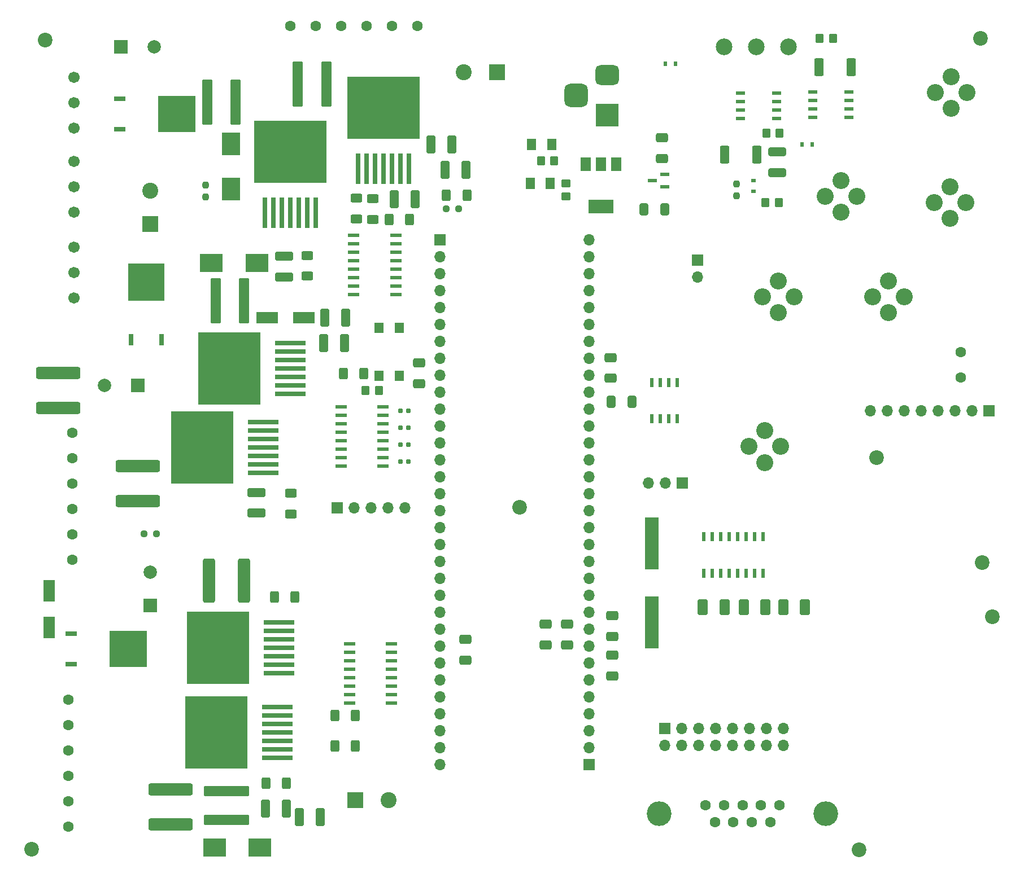
<source format=gbr>
%TF.GenerationSoftware,KiCad,Pcbnew,7.0.1*%
%TF.CreationDate,2023-04-10T20:01:29-05:00*%
%TF.ProjectId,Esquema_CBX_Rex,45737175-656d-4615-9f43-42585f526578,rev?*%
%TF.SameCoordinates,Original*%
%TF.FileFunction,Soldermask,Top*%
%TF.FilePolarity,Negative*%
%FSLAX46Y46*%
G04 Gerber Fmt 4.6, Leading zero omitted, Abs format (unit mm)*
G04 Created by KiCad (PCBNEW 7.0.1) date 2023-04-10 20:01:29*
%MOMM*%
%LPD*%
G01*
G04 APERTURE LIST*
G04 Aperture macros list*
%AMRoundRect*
0 Rectangle with rounded corners*
0 $1 Rounding radius*
0 $2 $3 $4 $5 $6 $7 $8 $9 X,Y pos of 4 corners*
0 Add a 4 corners polygon primitive as box body*
4,1,4,$2,$3,$4,$5,$6,$7,$8,$9,$2,$3,0*
0 Add four circle primitives for the rounded corners*
1,1,$1+$1,$2,$3*
1,1,$1+$1,$4,$5*
1,1,$1+$1,$6,$7*
1,1,$1+$1,$8,$9*
0 Add four rect primitives between the rounded corners*
20,1,$1+$1,$2,$3,$4,$5,0*
20,1,$1+$1,$4,$5,$6,$7,0*
20,1,$1+$1,$6,$7,$8,$9,0*
20,1,$1+$1,$8,$9,$2,$3,0*%
G04 Aperture macros list end*
%ADD10C,2.200000*%
%ADD11C,1.600200*%
%ADD12RoundRect,0.250000X-0.537500X-3.150000X0.537500X-3.150000X0.537500X3.150000X-0.537500X3.150000X0*%
%ADD13R,2.000000X2.000000*%
%ADD14C,2.000000*%
%ADD15R,2.400000X2.400000*%
%ADD16C,2.400000*%
%ADD17RoundRect,0.250000X0.412500X0.650000X-0.412500X0.650000X-0.412500X-0.650000X0.412500X-0.650000X0*%
%ADD18R,2.000000X7.875000*%
%ADD19R,1.701800X0.762000*%
%ADD20R,5.638800X5.511800*%
%ADD21RoundRect,0.250000X0.400000X0.625000X-0.400000X0.625000X-0.400000X-0.625000X0.400000X-0.625000X0*%
%ADD22R,1.701800X0.609600*%
%ADD23RoundRect,0.250000X-1.075000X0.400000X-1.075000X-0.400000X1.075000X-0.400000X1.075000X0.400000X0*%
%ADD24RoundRect,0.250000X-0.350000X-0.450000X0.350000X-0.450000X0.350000X0.450000X-0.350000X0.450000X0*%
%ADD25R,0.800000X4.600000*%
%ADD26R,10.800000X9.400000*%
%ADD27R,1.460500X0.558800*%
%ADD28RoundRect,0.250001X-0.462499X-0.624999X0.462499X-0.624999X0.462499X0.624999X-0.462499X0.624999X0*%
%ADD29R,3.500000X2.700000*%
%ADD30RoundRect,0.237500X0.250000X0.237500X-0.250000X0.237500X-0.250000X-0.237500X0.250000X-0.237500X0*%
%ADD31C,1.701800*%
%ADD32RoundRect,0.250000X-0.625000X0.400000X-0.625000X-0.400000X0.625000X-0.400000X0.625000X0.400000X0*%
%ADD33R,0.558800X0.660400*%
%ADD34R,1.320800X0.558800*%
%ADD35R,0.533400X1.460500*%
%ADD36RoundRect,0.160000X0.197500X0.160000X-0.197500X0.160000X-0.197500X-0.160000X0.197500X-0.160000X0*%
%ADD37R,1.700000X1.700000*%
%ADD38O,1.700000X1.700000*%
%ADD39RoundRect,0.250000X-0.650000X-3.050000X0.650000X-3.050000X0.650000X3.050000X-0.650000X3.050000X0*%
%ADD40RoundRect,0.250000X0.650000X-0.412500X0.650000X0.412500X-0.650000X0.412500X-0.650000X-0.412500X0*%
%ADD41C,2.550000*%
%ADD42RoundRect,0.250000X0.625000X-0.400000X0.625000X0.400000X-0.625000X0.400000X-0.625000X-0.400000X0*%
%ADD43R,4.600000X0.800000*%
%ADD44R,9.400000X10.800000*%
%ADD45RoundRect,0.249999X0.450001X1.075001X-0.450001X1.075001X-0.450001X-1.075001X0.450001X-1.075001X0*%
%ADD46R,1.700000X3.300000*%
%ADD47R,3.500000X3.500000*%
%ADD48RoundRect,0.750000X-1.000000X0.750000X-1.000000X-0.750000X1.000000X-0.750000X1.000000X0.750000X0*%
%ADD49RoundRect,0.875000X-0.875000X0.875000X-0.875000X-0.875000X0.875000X-0.875000X0.875000X0.875000X0*%
%ADD50R,0.533400X1.461700*%
%ADD51RoundRect,0.250000X-0.450000X0.350000X-0.450000X-0.350000X0.450000X-0.350000X0.450000X0.350000X0*%
%ADD52C,3.708400*%
%ADD53R,2.700000X3.500000*%
%ADD54RoundRect,0.250000X-0.650000X0.412500X-0.650000X-0.412500X0.650000X-0.412500X0.650000X0.412500X0*%
%ADD55RoundRect,0.250000X-3.050000X0.650000X-3.050000X-0.650000X3.050000X-0.650000X3.050000X0.650000X0*%
%ADD56RoundRect,0.250000X-0.412500X-1.100000X0.412500X-1.100000X0.412500X1.100000X-0.412500X1.100000X0*%
%ADD57R,3.300000X1.700000*%
%ADD58RoundRect,0.250000X-1.100000X0.412500X-1.100000X-0.412500X1.100000X-0.412500X1.100000X0.412500X0*%
%ADD59RoundRect,0.250001X-0.499999X-0.924999X0.499999X-0.924999X0.499999X0.924999X-0.499999X0.924999X0*%
%ADD60RoundRect,0.237500X-0.250000X-0.237500X0.250000X-0.237500X0.250000X0.237500X-0.250000X0.237500X0*%
%ADD61RoundRect,0.237500X-0.237500X0.250000X-0.237500X-0.250000X0.237500X-0.250000X0.237500X0.250000X0*%
%ADD62C,2.500000*%
%ADD63R,0.660400X0.558800*%
%ADD64RoundRect,0.250000X0.412500X1.100000X-0.412500X1.100000X-0.412500X-1.100000X0.412500X-1.100000X0*%
%ADD65RoundRect,0.250000X-0.400000X-0.625000X0.400000X-0.625000X0.400000X0.625000X-0.400000X0.625000X0*%
%ADD66R,1.500000X2.000000*%
%ADD67R,3.800000X2.000000*%
%ADD68RoundRect,0.250000X-0.412500X-0.650000X0.412500X-0.650000X0.412500X0.650000X-0.412500X0.650000X0*%
%ADD69RoundRect,0.250000X1.100000X-0.412500X1.100000X0.412500X-1.100000X0.412500X-1.100000X-0.412500X0*%
%ADD70R,1.400000X1.600000*%
%ADD71RoundRect,0.250000X3.150000X-0.537500X3.150000X0.537500X-3.150000X0.537500X-3.150000X-0.537500X0*%
%ADD72RoundRect,0.250000X3.050000X-0.650000X3.050000X0.650000X-3.050000X0.650000X-3.050000X-0.650000X0*%
%ADD73R,0.762000X1.701800*%
%ADD74R,5.511800X5.638800*%
G04 APERTURE END LIST*
D10*
%TO.C,REF\u002A\u002A*%
X203454000Y-112903000D03*
%TD*%
D11*
%TO.C,J16*%
X67057000Y-93472000D03*
X67057000Y-97282000D03*
X67057000Y-101092000D03*
X67057000Y-104902000D03*
X67057000Y-108712000D03*
X67057000Y-112522000D03*
%TD*%
D10*
%TO.C,REF\u002A\u002A*%
X187579000Y-97155000D03*
%TD*%
D12*
%TO.C,C25*%
X100859500Y-41148000D03*
X105134500Y-41148000D03*
%TD*%
D13*
%TO.C,C14*%
X74295000Y-35560000D03*
D14*
X79295000Y-35560000D03*
%TD*%
D15*
%TO.C,C24*%
X130683000Y-39370000D03*
D16*
X125683000Y-39370000D03*
%TD*%
D17*
%TO.C,C7*%
X150914500Y-88773000D03*
X147789500Y-88773000D03*
%TD*%
D18*
%TO.C,Y1*%
X153924000Y-121888500D03*
X153924000Y-110013500D03*
%TD*%
D19*
%TO.C,U12*%
X66878200Y-123576999D03*
D20*
X75450700Y-125857000D03*
D19*
X66878200Y-128137001D03*
%TD*%
D21*
%TO.C,R41*%
X126202500Y-57785000D03*
X123102500Y-57785000D03*
%TD*%
D22*
%TO.C,U11*%
X114909600Y-133985000D03*
X114909600Y-132715000D03*
X114909600Y-131445000D03*
X114909600Y-130175000D03*
X114909600Y-128905000D03*
X114909600Y-127635000D03*
X114909600Y-126365000D03*
X114909600Y-125095000D03*
X108610400Y-125095000D03*
X108610400Y-126365000D03*
X108610400Y-127635000D03*
X108610400Y-128905000D03*
X108610400Y-130175000D03*
X108610400Y-131445000D03*
X108610400Y-132715000D03*
X108610400Y-133985000D03*
%TD*%
D23*
%TO.C,R16*%
X172720000Y-51282000D03*
X172720000Y-54382000D03*
%TD*%
D24*
%TO.C,R8*%
X170958000Y-58928000D03*
X172958000Y-58928000D03*
%TD*%
D25*
%TO.C,Q2*%
X95885000Y-60385000D03*
X97155000Y-60385000D03*
X98425000Y-60385000D03*
X99695000Y-60385000D03*
X100965000Y-60385000D03*
X102235000Y-60385000D03*
X103505000Y-60385000D03*
D26*
X99695000Y-51235000D03*
%TD*%
D27*
%TO.C,U4*%
X177996850Y-42291000D03*
X177996850Y-43561000D03*
X177996850Y-44831000D03*
X177996850Y-46101000D03*
X183445150Y-46101000D03*
X183445150Y-44831000D03*
X183445150Y-43561000D03*
X183445150Y-42291000D03*
%TD*%
D28*
%TO.C,D9*%
X135712500Y-56000000D03*
X138687500Y-56000000D03*
%TD*%
D29*
%TO.C,D6*%
X87900000Y-67945000D03*
X94700000Y-67945000D03*
%TD*%
D30*
%TO.C,R35*%
X124912500Y-59800000D03*
X123087500Y-59800000D03*
%TD*%
D31*
%TO.C,J21*%
X67300000Y-65550000D03*
X67300000Y-69360000D03*
X67300000Y-73170000D03*
%TD*%
D32*
%TO.C,R33*%
X102235000Y-66837500D03*
X102235000Y-69937500D03*
%TD*%
D15*
%TO.C,C44*%
X78740000Y-62150000D03*
D16*
X78740000Y-57150000D03*
%TD*%
D33*
%TO.C,CR1*%
X157492700Y-38100000D03*
X155943300Y-38100000D03*
%TD*%
%TO.C,CR3*%
X177939700Y-50165000D03*
X176390300Y-50165000D03*
%TD*%
D34*
%TO.C,Q1*%
X155879800Y-56491999D03*
X155879800Y-54662001D03*
X154000200Y-55577000D03*
%TD*%
D21*
%TO.C,R56*%
X100417500Y-118110000D03*
X97317500Y-118110000D03*
%TD*%
D19*
%TO.C,U10*%
X74117200Y-43312999D03*
D20*
X82689700Y-45593000D03*
D19*
X74117200Y-47873001D03*
%TD*%
D35*
%TO.C,U8*%
X157702500Y-85890975D03*
X156432500Y-85890975D03*
X155162500Y-85890975D03*
X153892500Y-85890975D03*
X153892500Y-91339275D03*
X155162500Y-91339275D03*
X156432500Y-91339275D03*
X157702500Y-91339275D03*
%TD*%
D12*
%TO.C,C45*%
X88522500Y-73660000D03*
X92797500Y-73660000D03*
%TD*%
D22*
%TO.C,U13*%
X113639600Y-98425000D03*
X113639600Y-97155000D03*
X113639600Y-95885000D03*
X113639600Y-94615000D03*
X113639600Y-93345000D03*
X113639600Y-92075000D03*
X113639600Y-90805000D03*
X113639600Y-89535000D03*
X107340400Y-89535000D03*
X107340400Y-90805000D03*
X107340400Y-92075000D03*
X107340400Y-93345000D03*
X107340400Y-94615000D03*
X107340400Y-95885000D03*
X107340400Y-97155000D03*
X107340400Y-98425000D03*
%TD*%
D36*
%TO.C,R61*%
X117437500Y-95250000D03*
X116242500Y-95250000D03*
%TD*%
D37*
%TO.C,J3*%
X158500000Y-101000000D03*
D38*
X155960000Y-101000000D03*
X153420000Y-101000000D03*
%TD*%
D39*
%TO.C,C36*%
X87545000Y-115655000D03*
X92795000Y-115655000D03*
%TD*%
D40*
%TO.C,C12*%
X119000000Y-86062500D03*
X119000000Y-82937500D03*
%TD*%
D41*
%TO.C,J8*%
X201168000Y-42385000D03*
X196408000Y-42385000D03*
X198788000Y-44765000D03*
X198788000Y-40005000D03*
%TD*%
D37*
%TO.C,J1*%
X144478377Y-143236327D03*
D38*
X144478377Y-140696327D03*
X144478377Y-138156327D03*
X144478377Y-135616327D03*
X144478377Y-133076327D03*
X144478377Y-130536327D03*
X144478377Y-127996327D03*
X144478377Y-125456327D03*
X144478377Y-122916327D03*
X144478377Y-120376327D03*
X144478377Y-117836327D03*
X144478377Y-115296327D03*
X144478377Y-112756327D03*
X144478377Y-110216327D03*
X144478377Y-107676327D03*
X144478377Y-105136327D03*
X144478377Y-102596327D03*
X144478377Y-100056327D03*
X144478377Y-97516327D03*
X144478377Y-94976327D03*
X144478377Y-92436327D03*
X144478377Y-89896327D03*
X144478377Y-87356327D03*
X144478377Y-84816327D03*
X144478377Y-82276327D03*
X144478377Y-79736327D03*
X144478377Y-77196327D03*
X144478377Y-74656327D03*
X144478377Y-72116327D03*
X144478377Y-69576327D03*
X144478377Y-67036327D03*
X144478377Y-64496327D03*
%TD*%
D41*
%TO.C,J9*%
X175260000Y-73025000D03*
X170500000Y-73025000D03*
X172880000Y-75405000D03*
X172880000Y-70645000D03*
%TD*%
D42*
%TO.C,R43*%
X112100000Y-61400000D03*
X112100000Y-58300000D03*
%TD*%
D43*
%TO.C,Q6*%
X95625000Y-99460000D03*
X95625000Y-98190000D03*
X95625000Y-96920000D03*
X95625000Y-95650000D03*
X95625000Y-94380000D03*
X95625000Y-93110000D03*
X95625000Y-91840000D03*
D44*
X86475000Y-95650000D03*
%TD*%
D41*
%TO.C,J11*%
X173228000Y-95504000D03*
X168468000Y-95504000D03*
X170848000Y-97884000D03*
X170848000Y-93124000D03*
%TD*%
D45*
%TO.C,R15*%
X183756000Y-38608000D03*
X178956000Y-38608000D03*
%TD*%
D36*
%TO.C,R64*%
X117437500Y-92710000D03*
X116242500Y-92710000D03*
%TD*%
D10*
%TO.C,*%
X134112000Y-104648000D03*
%TD*%
D43*
%TO.C,Q5*%
X98050000Y-129540000D03*
X98050000Y-128270000D03*
X98050000Y-127000000D03*
X98050000Y-125730000D03*
X98050000Y-124460000D03*
X98050000Y-123190000D03*
X98050000Y-121920000D03*
D44*
X88900000Y-125730000D03*
%TD*%
D43*
%TO.C,Q4*%
X97790000Y-142240000D03*
X97790000Y-140970000D03*
X97790000Y-139700000D03*
X97790000Y-138430000D03*
X97790000Y-137160000D03*
X97790000Y-135890000D03*
X97790000Y-134620000D03*
D44*
X88640000Y-138430000D03*
%TD*%
D46*
%TO.C,D3*%
X63600000Y-122650000D03*
X63600000Y-117150000D03*
%TD*%
D47*
%TO.C,J5*%
X147257500Y-45800000D03*
D48*
X147257500Y-39800000D03*
D49*
X142557500Y-42800000D03*
%TD*%
D10*
%TO.C,*%
X205000000Y-121000000D03*
%TD*%
D50*
%TO.C,U6*%
X161671000Y-114484752D03*
X162941000Y-114484752D03*
X164211000Y-114484752D03*
X165481000Y-114484752D03*
X166751000Y-114484752D03*
X168021000Y-114484752D03*
X169291000Y-114484752D03*
X170561000Y-114484752D03*
X170561000Y-109035248D03*
X169291000Y-109035248D03*
X168021000Y-109035248D03*
X166751000Y-109035248D03*
X165481000Y-109035248D03*
X164211000Y-109035248D03*
X162941000Y-109035248D03*
X161671000Y-109035248D03*
%TD*%
D51*
%TO.C,R77*%
X141000000Y-56000000D03*
X141000000Y-58000000D03*
%TD*%
D40*
%TO.C,C19*%
X138000000Y-125260500D03*
X138000000Y-122135500D03*
%TD*%
D11*
%TO.C,J4*%
X173045000Y-149330000D03*
X170275001Y-149330000D03*
X167505001Y-149330000D03*
X164735002Y-149330000D03*
X161965002Y-149330000D03*
X171660002Y-151870000D03*
X168890002Y-151870000D03*
X166120000Y-151870000D03*
X163350000Y-151870000D03*
D52*
X155010002Y-150600000D03*
X180000000Y-150600000D03*
%TD*%
D53*
%TO.C,D2*%
X90805000Y-50080000D03*
X90805000Y-56880000D03*
%TD*%
D37*
%TO.C,J12*%
X160782000Y-67559000D03*
D38*
X160782000Y-70099000D03*
%TD*%
D43*
%TO.C,Q7*%
X99755000Y-87630000D03*
X99755000Y-86360000D03*
X99755000Y-85090000D03*
X99755000Y-83820000D03*
X99755000Y-82550000D03*
X99755000Y-81280000D03*
X99755000Y-80010000D03*
D44*
X90605000Y-83820000D03*
%TD*%
D54*
%TO.C,C20*%
X147700000Y-82137500D03*
X147700000Y-85262500D03*
%TD*%
D29*
%TO.C,D4*%
X95150000Y-155700000D03*
X88350000Y-155700000D03*
%TD*%
D55*
%TO.C,C43*%
X76835000Y-98425000D03*
X76835000Y-103675000D03*
%TD*%
D24*
%TO.C,R34*%
X111000000Y-87100000D03*
X113000000Y-87100000D03*
%TD*%
D56*
%TO.C,C48*%
X104912500Y-76200000D03*
X108037500Y-76200000D03*
%TD*%
D37*
%TO.C,J19*%
X106725000Y-104700000D03*
D38*
X109265000Y-104700000D03*
X111805000Y-104700000D03*
X114345000Y-104700000D03*
X116885000Y-104700000D03*
%TD*%
D10*
%TO.C,*%
X203200000Y-34290000D03*
%TD*%
D27*
%TO.C,U2*%
X167201850Y-42481500D03*
X167201850Y-43751500D03*
X167201850Y-45021500D03*
X167201850Y-46291500D03*
X172650150Y-46291500D03*
X172650150Y-45021500D03*
X172650150Y-43751500D03*
X172650150Y-42481500D03*
%TD*%
D40*
%TO.C,C17*%
X141173200Y-125260500D03*
X141173200Y-122135500D03*
%TD*%
D22*
%TO.C,U9*%
X115544600Y-72707500D03*
X115544600Y-71437500D03*
X115544600Y-70167500D03*
X115544600Y-68897500D03*
X115544600Y-67627500D03*
X115544600Y-66357500D03*
X115544600Y-65087500D03*
X115544600Y-63817500D03*
X109245400Y-63817500D03*
X109245400Y-65087500D03*
X109245400Y-66357500D03*
X109245400Y-67627500D03*
X109245400Y-68897500D03*
X109245400Y-70167500D03*
X109245400Y-71437500D03*
X109245400Y-72707500D03*
%TD*%
D57*
%TO.C,D5*%
X101750000Y-76150000D03*
X96250000Y-76150000D03*
%TD*%
D36*
%TO.C,R66*%
X117437500Y-90170000D03*
X116242500Y-90170000D03*
%TD*%
D58*
%TO.C,C18*%
X98800000Y-66937500D03*
X98800000Y-70062500D03*
%TD*%
D15*
%TO.C,C34*%
X109444785Y-148590000D03*
D16*
X114444785Y-148590000D03*
%TD*%
D41*
%TO.C,J10*%
X179865000Y-57945000D03*
X184625000Y-57945000D03*
X182245000Y-55565000D03*
X182245000Y-60325000D03*
%TD*%
D56*
%TO.C,C47*%
X104687500Y-80010000D03*
X107812500Y-80010000D03*
%TD*%
D59*
%TO.C,C9*%
X173600000Y-119600000D03*
X176850000Y-119600000D03*
%TD*%
D42*
%TO.C,R65*%
X99800000Y-105600000D03*
X99800000Y-102500000D03*
%TD*%
D60*
%TO.C,R52*%
X77827500Y-108585000D03*
X79652500Y-108585000D03*
%TD*%
D31*
%TO.C,J22*%
X67310000Y-52705000D03*
X67310000Y-56515000D03*
X67310000Y-60325000D03*
%TD*%
D61*
%TO.C,R37*%
X86995000Y-56237500D03*
X86995000Y-58062500D03*
%TD*%
D62*
%TO.C,SW2*%
X164719000Y-35560000D03*
X169545000Y-35560000D03*
X174371000Y-35560000D03*
%TD*%
D63*
%TO.C,CR2*%
X169164000Y-57162700D03*
X169164000Y-55613300D03*
%TD*%
D21*
%TO.C,R50*%
X99147500Y-146050000D03*
X96047500Y-146050000D03*
%TD*%
%TO.C,R36*%
X110770000Y-84582000D03*
X107670000Y-84582000D03*
%TD*%
D10*
%TO.C,*%
X185000000Y-156000000D03*
%TD*%
D64*
%TO.C,C27*%
X118402500Y-58420000D03*
X115277500Y-58420000D03*
%TD*%
D55*
%TO.C,C33*%
X81800000Y-146975000D03*
X81800000Y-152225000D03*
%TD*%
D11*
%TO.C,J17*%
X200208700Y-81323798D03*
X200208700Y-85133798D03*
%TD*%
D28*
%TO.C,D7*%
X135912500Y-50200000D03*
X138887500Y-50200000D03*
%TD*%
D56*
%TO.C,C21*%
X120787500Y-50165000D03*
X123912500Y-50165000D03*
%TD*%
D61*
%TO.C,R6*%
X166624000Y-56087000D03*
X166624000Y-57912000D03*
%TD*%
D64*
%TO.C,C37*%
X104227500Y-151130000D03*
X101102500Y-151130000D03*
%TD*%
D37*
%TO.C,J31*%
X204470000Y-90170000D03*
D38*
X201930000Y-90170000D03*
X199390000Y-90170000D03*
X196850000Y-90170000D03*
X194310000Y-90170000D03*
X191770000Y-90170000D03*
X189230000Y-90170000D03*
X186690000Y-90170000D03*
%TD*%
D65*
%TO.C,R47*%
X106400000Y-135890000D03*
X109500000Y-135890000D03*
%TD*%
D59*
%TO.C,C4*%
X161570000Y-119634000D03*
X164820000Y-119634000D03*
%TD*%
D37*
%TO.C,J18*%
X155860000Y-137800000D03*
D38*
X155860000Y-140340000D03*
X158400000Y-137800000D03*
X158400000Y-140340000D03*
X160940000Y-137800000D03*
X160940000Y-140340000D03*
X163480000Y-137800000D03*
X163480000Y-140340000D03*
X166020000Y-137800000D03*
X166020000Y-140340000D03*
X168560000Y-137800000D03*
X168560000Y-140340000D03*
X171100000Y-137800000D03*
X171100000Y-140340000D03*
X173640000Y-137800000D03*
X173640000Y-140340000D03*
%TD*%
D59*
%TO.C,C8*%
X167679500Y-119634000D03*
X170929500Y-119634000D03*
%TD*%
D40*
%TO.C,C13*%
X125984000Y-127546500D03*
X125984000Y-124421500D03*
%TD*%
D65*
%TO.C,R38*%
X114500000Y-61400000D03*
X117600000Y-61400000D03*
%TD*%
D24*
%TO.C,R17*%
X179086000Y-34290000D03*
X181086000Y-34290000D03*
%TD*%
D54*
%TO.C,C3*%
X155448000Y-49188500D03*
X155448000Y-52313500D03*
%TD*%
D41*
%TO.C,J7*%
X189390000Y-75405000D03*
X189390000Y-70645000D03*
X187010000Y-73025000D03*
X191770000Y-73025000D03*
%TD*%
D40*
%TO.C,C15*%
X148000000Y-123990500D03*
X148000000Y-120865500D03*
%TD*%
D21*
%TO.C,R59*%
X109480000Y-140440000D03*
X106380000Y-140440000D03*
%TD*%
D66*
%TO.C,U3*%
X148600000Y-53150000D03*
X146300000Y-53150000D03*
D67*
X146300000Y-59450000D03*
D66*
X144000000Y-53150000D03*
%TD*%
D11*
%TO.C,J15*%
X66422000Y-133512000D03*
X66422000Y-137322000D03*
X66422000Y-141132000D03*
X66422000Y-144942000D03*
X66422000Y-148752000D03*
X66422000Y-152562000D03*
%TD*%
D13*
%TO.C,C29*%
X78740000Y-119380000D03*
D14*
X78740000Y-114380000D03*
%TD*%
D12*
%TO.C,C22*%
X87252500Y-43815000D03*
X91527500Y-43815000D03*
%TD*%
D36*
%TO.C,R60*%
X117437500Y-97790000D03*
X116242500Y-97790000D03*
%TD*%
D10*
%TO.C,*%
X60960000Y-155956000D03*
%TD*%
D42*
%TO.C,R40*%
X109600000Y-61350000D03*
X109600000Y-58250000D03*
%TD*%
D31*
%TO.C,J13*%
X67310000Y-40132000D03*
X67310000Y-43942000D03*
X67310000Y-47752000D03*
%TD*%
D68*
%TO.C,C2*%
X152742500Y-59944000D03*
X155867500Y-59944000D03*
%TD*%
D13*
%TO.C,C39*%
X76835000Y-86360000D03*
D14*
X71835000Y-86360000D03*
%TD*%
D69*
%TO.C,C40*%
X94615000Y-105497500D03*
X94615000Y-102372500D03*
%TD*%
D24*
%TO.C,R75*%
X137300000Y-52600000D03*
X139300000Y-52600000D03*
%TD*%
D10*
%TO.C,*%
X62992000Y-34544000D03*
%TD*%
D24*
%TO.C,R11*%
X171085000Y-48514000D03*
X173085000Y-48514000D03*
%TD*%
D70*
%TO.C,SW1*%
X116054000Y-77680000D03*
X116054000Y-84880000D03*
X113054000Y-77680000D03*
X113054000Y-84880000D03*
%TD*%
D41*
%TO.C,J6*%
X201008000Y-58895000D03*
X196248000Y-58895000D03*
X198628000Y-61275000D03*
X198628000Y-56515000D03*
%TD*%
D64*
%TO.C,C28*%
X126022500Y-53975000D03*
X122897500Y-53975000D03*
%TD*%
D71*
%TO.C,C32*%
X90170000Y-151507500D03*
X90170000Y-147232500D03*
%TD*%
D11*
%TO.C,J14*%
X118745000Y-32385000D03*
X114935000Y-32385000D03*
X111125000Y-32385000D03*
X107315000Y-32385000D03*
X103505000Y-32385000D03*
X99695000Y-32385000D03*
%TD*%
D72*
%TO.C,C46*%
X64900000Y-89725000D03*
X64900000Y-84475000D03*
%TD*%
D37*
%TO.C,J2*%
X122126377Y-64491327D03*
D38*
X122126377Y-67031327D03*
X122126377Y-69571327D03*
X122126377Y-72111327D03*
X122126377Y-74651327D03*
X122126377Y-77191327D03*
X122126377Y-79731327D03*
X122126377Y-82271327D03*
X122126377Y-84811327D03*
X122126377Y-87351327D03*
X122126377Y-89891327D03*
X122126377Y-92431327D03*
X122126377Y-94971327D03*
X122126377Y-97511327D03*
X122126377Y-100051327D03*
X122126377Y-102591327D03*
X122126377Y-105131327D03*
X122126377Y-107671327D03*
X122126377Y-110211327D03*
X122126377Y-112751327D03*
X122126377Y-115291327D03*
X122126377Y-117831327D03*
X122126377Y-120371327D03*
X122126377Y-122911327D03*
X122126377Y-125451327D03*
X122126377Y-127991327D03*
X122126377Y-130531327D03*
X122126377Y-133071327D03*
X122126377Y-135611327D03*
X122126377Y-138151327D03*
X122126377Y-140691327D03*
X122126377Y-143231327D03*
%TD*%
D25*
%TO.C,Q3*%
X109855000Y-53835000D03*
X111125000Y-53835000D03*
X112395000Y-53835000D03*
X113665000Y-53835000D03*
X114935000Y-53835000D03*
X116205000Y-53835000D03*
X117475000Y-53835000D03*
D26*
X113665000Y-44685000D03*
%TD*%
D40*
%TO.C,C16*%
X148000000Y-129959500D03*
X148000000Y-126834500D03*
%TD*%
D45*
%TO.C,R9*%
X169659000Y-51689000D03*
X164859000Y-51689000D03*
%TD*%
D64*
%TO.C,C31*%
X99147500Y-149860000D03*
X96022500Y-149860000D03*
%TD*%
D73*
%TO.C,U14*%
X75849999Y-79445300D03*
D74*
X78130000Y-70872800D03*
D73*
X80410001Y-79445300D03*
%TD*%
M02*

</source>
